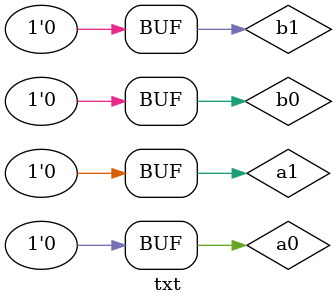
<source format=v>
`timescale 1ns / 1ps


module txt;

	// Inputs
	reg a1;
	reg a0;
	reg b1;
	reg b0;

	// Outputs
	wire s1;
	wire s0;
	wire Carry;

	// Instantiate the Unit Under Test (UUT)
	ternary_half_adder uut (
		.a1(a1), 
		.a0(a0), 
		.b1(b1), 
		.b0(b0), 
		.s1(s1), 
		.s0(s0), 
		.Carry(Carry)
	);

	initial begin
		// Initialize Inputs
		a1 = 0;
		a0 = 0;
		b1 = 0;
		b0 = 0;

		// Wait 100 ns for global reset to finish
		#100;
        
		// Add stimulus here

	end
      
endmodule


</source>
